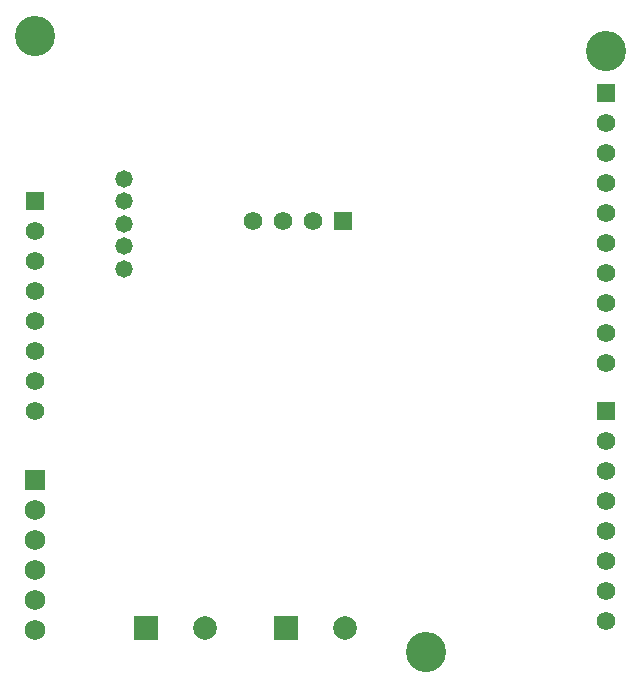
<source format=gbs>
G04*
G04 #@! TF.GenerationSoftware,Altium Limited,Altium Designer,24.3.1 (35)*
G04*
G04 Layer_Color=16711935*
%FSLAX25Y25*%
%MOIN*%
G70*
G04*
G04 #@! TF.SameCoordinates,DE864B26-D939-457F-A8F5-E13979E0EDEB*
G04*
G04*
G04 #@! TF.FilePolarity,Negative*
G04*
G01*
G75*
%ADD37C,0.06194*%
%ADD38R,0.06194X0.06194*%
%ADD39C,0.06824*%
%ADD40R,0.06824X0.06824*%
%ADD41R,0.06194X0.06194*%
%ADD42R,0.07887X0.07887*%
%ADD43C,0.07887*%
%ADD44C,0.13398*%
%ADD45C,0.05800*%
D37*
X0Y0D02*
D03*
Y10000D02*
D03*
Y20000D02*
D03*
Y30000D02*
D03*
Y40000D02*
D03*
Y50000D02*
D03*
Y60000D02*
D03*
Y70000D02*
D03*
Y80000D02*
D03*
Y-25984D02*
D03*
Y-35984D02*
D03*
Y-45984D02*
D03*
Y-55984D02*
D03*
Y-65984D02*
D03*
Y-75984D02*
D03*
Y-85984D02*
D03*
X-190174Y44020D02*
D03*
Y34020D02*
D03*
Y24020D02*
D03*
Y14020D02*
D03*
Y4020D02*
D03*
Y-5980D02*
D03*
Y-15980D02*
D03*
X-117500Y47500D02*
D03*
X-107500D02*
D03*
X-97500D02*
D03*
D38*
X0Y90000D02*
D03*
Y-15984D02*
D03*
X-190174Y54020D02*
D03*
D39*
Y-88815D02*
D03*
Y-78815D02*
D03*
Y-68815D02*
D03*
Y-58815D02*
D03*
Y-48815D02*
D03*
D40*
Y-38815D02*
D03*
D41*
X-87500Y47500D02*
D03*
D42*
X-106500Y-88231D02*
D03*
X-153302D02*
D03*
D43*
X-86815D02*
D03*
X-133617D02*
D03*
D44*
X-60023Y-96043D02*
D03*
X0Y104000D02*
D03*
X-190174Y109020D02*
D03*
D45*
X-160500Y31500D02*
D03*
Y39000D02*
D03*
Y46500D02*
D03*
Y54000D02*
D03*
Y61500D02*
D03*
M02*

</source>
